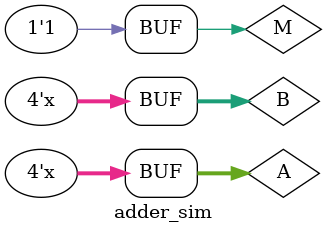
<source format=v>
`timescale 1ns / 1ps

module adder_sim();
    reg [3:0] A;
    reg [3:0] B;
    reg M;
    wire [3:0] S;
    wire C4;
    wire o;
    /*
        adder add(.A(A),.B(B),.M(M),.S(S),.C4(C4),.o(o));
        initial begin
              A = 0;
              B = 0;
              M = 0;
        end
        always begin
            #10 {A} = {A} + 3;
            #10 {B} ={B} + 1;
        end
        */
    
    adder add(.A(A),.B(B),.M(M),.S(S),.C4(C4),.o(o));
                initial begin
                      A = 3;
                      B = 0;
                      M = 1;
                end
                always begin
                    #10 {A} = {A} + 1;
                    #10 {B} ={B} + 3;
                end
                
endmodule

</source>
